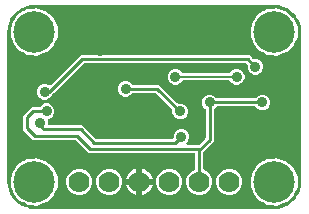
<source format=gbr>
G04 EAGLE Gerber RS-274X export*
G75*
%MOMM*%
%FSLAX34Y34*%
%LPD*%
%INBottom Copper*%
%IPPOS*%
%AMOC8*
5,1,8,0,0,1.08239X$1,22.5*%
G01*
%ADD10C,1.778000*%
%ADD11C,3.516000*%
%ADD12C,0.906400*%
%ADD13C,0.254000*%
%ADD14C,0.203200*%

G36*
X228622Y2543D02*
X228622Y2543D01*
X228700Y2545D01*
X232077Y2810D01*
X232145Y2824D01*
X232214Y2829D01*
X232370Y2869D01*
X238794Y4956D01*
X238901Y5006D01*
X239012Y5050D01*
X239063Y5083D01*
X239082Y5091D01*
X239097Y5104D01*
X239148Y5136D01*
X244612Y9107D01*
X244699Y9188D01*
X244746Y9227D01*
X244752Y9231D01*
X244753Y9233D01*
X244791Y9264D01*
X244829Y9310D01*
X244844Y9324D01*
X244855Y9341D01*
X244893Y9387D01*
X246586Y11717D01*
X246599Y11741D01*
X246616Y11761D01*
X246675Y11879D01*
X246739Y11996D01*
X246746Y12022D01*
X246758Y12046D01*
X246785Y12174D01*
X246799Y12185D01*
X246823Y12196D01*
X246925Y12281D01*
X247031Y12361D01*
X247048Y12382D01*
X247068Y12398D01*
X247171Y12522D01*
X248864Y14852D01*
X248921Y14956D01*
X248985Y15056D01*
X249007Y15113D01*
X249017Y15131D01*
X249022Y15151D01*
X249044Y15206D01*
X251131Y21630D01*
X251144Y21698D01*
X251167Y21764D01*
X251190Y21923D01*
X251455Y25300D01*
X251455Y25304D01*
X251456Y25307D01*
X251455Y25326D01*
X251459Y25400D01*
X251459Y152400D01*
X251457Y152422D01*
X251455Y152500D01*
X251190Y155877D01*
X251176Y155945D01*
X251171Y156014D01*
X251131Y156170D01*
X249044Y162594D01*
X248993Y162701D01*
X248950Y162812D01*
X248917Y162863D01*
X248909Y162882D01*
X248896Y162897D01*
X248864Y162948D01*
X247171Y165278D01*
X247153Y165297D01*
X247139Y165320D01*
X247044Y165413D01*
X246953Y165509D01*
X246931Y165524D01*
X246912Y165542D01*
X246798Y165608D01*
X246792Y165624D01*
X246789Y165651D01*
X246740Y165775D01*
X246697Y165900D01*
X246682Y165922D01*
X246672Y165947D01*
X246586Y166083D01*
X244893Y168413D01*
X244812Y168499D01*
X244736Y168591D01*
X244690Y168629D01*
X244676Y168644D01*
X244658Y168655D01*
X244612Y168693D01*
X239148Y172664D01*
X239044Y172721D01*
X238944Y172785D01*
X238887Y172807D01*
X238869Y172817D01*
X238849Y172822D01*
X238794Y172844D01*
X232370Y174931D01*
X232302Y174944D01*
X232236Y174967D01*
X232077Y174990D01*
X228700Y175255D01*
X228678Y175254D01*
X228600Y175259D01*
X25400Y175259D01*
X25378Y175257D01*
X25300Y175255D01*
X21923Y174990D01*
X21855Y174976D01*
X21786Y174971D01*
X21630Y174931D01*
X18892Y174041D01*
X18867Y174030D01*
X18841Y174024D01*
X18724Y173963D01*
X18604Y173906D01*
X18583Y173889D01*
X18560Y173877D01*
X18462Y173789D01*
X18445Y173788D01*
X18418Y173793D01*
X18286Y173785D01*
X18153Y173783D01*
X18128Y173775D01*
X18101Y173774D01*
X17945Y173734D01*
X15206Y172844D01*
X15099Y172794D01*
X14988Y172750D01*
X14937Y172717D01*
X14918Y172709D01*
X14903Y172696D01*
X14852Y172664D01*
X9388Y168693D01*
X9301Y168612D01*
X9209Y168536D01*
X9171Y168490D01*
X9156Y168476D01*
X9145Y168458D01*
X9107Y168412D01*
X5136Y162948D01*
X5079Y162844D01*
X5015Y162744D01*
X4993Y162687D01*
X4983Y162669D01*
X4978Y162649D01*
X4956Y162594D01*
X2869Y156170D01*
X2856Y156102D01*
X2833Y156036D01*
X2810Y155877D01*
X2545Y152500D01*
X2546Y152478D01*
X2541Y152400D01*
X2541Y25400D01*
X2543Y25378D01*
X2545Y25300D01*
X2810Y21923D01*
X2824Y21855D01*
X2829Y21786D01*
X2869Y21630D01*
X4956Y15206D01*
X5006Y15099D01*
X5050Y14988D01*
X5083Y14937D01*
X5091Y14918D01*
X5104Y14903D01*
X5136Y14852D01*
X9107Y9388D01*
X9127Y9366D01*
X9138Y9348D01*
X9184Y9305D01*
X9188Y9301D01*
X9264Y9209D01*
X9310Y9171D01*
X9324Y9156D01*
X9342Y9145D01*
X9388Y9107D01*
X14852Y5136D01*
X14956Y5079D01*
X15056Y5015D01*
X15113Y4993D01*
X15131Y4983D01*
X15151Y4978D01*
X15206Y4956D01*
X17945Y4066D01*
X17971Y4061D01*
X17996Y4051D01*
X18127Y4031D01*
X18257Y4006D01*
X18284Y4008D01*
X18310Y4004D01*
X18441Y4018D01*
X18455Y4008D01*
X18474Y3989D01*
X18585Y3917D01*
X18694Y3842D01*
X18719Y3832D01*
X18742Y3818D01*
X18892Y3759D01*
X21630Y2869D01*
X21698Y2856D01*
X21764Y2833D01*
X21923Y2810D01*
X25300Y2545D01*
X25322Y2546D01*
X25400Y2541D01*
X228600Y2541D01*
X228622Y2543D01*
G37*
%LPC*%
G36*
X162927Y14477D02*
X162927Y14477D01*
X158913Y16140D01*
X155840Y19213D01*
X154177Y23227D01*
X154177Y27573D01*
X155840Y31587D01*
X158913Y34660D01*
X161014Y35530D01*
X161039Y35545D01*
X161067Y35554D01*
X161177Y35623D01*
X161290Y35688D01*
X161311Y35708D01*
X161336Y35724D01*
X161425Y35819D01*
X161518Y35909D01*
X161534Y35934D01*
X161554Y35956D01*
X161617Y36069D01*
X161685Y36180D01*
X161693Y36208D01*
X161708Y36234D01*
X161740Y36360D01*
X161778Y36484D01*
X161780Y36513D01*
X161787Y36542D01*
X161797Y36703D01*
X161797Y48768D01*
X161782Y48886D01*
X161775Y49005D01*
X161762Y49043D01*
X161757Y49084D01*
X161714Y49194D01*
X161677Y49307D01*
X161655Y49342D01*
X161640Y49379D01*
X161571Y49475D01*
X161507Y49576D01*
X161477Y49604D01*
X161454Y49637D01*
X161362Y49713D01*
X161275Y49794D01*
X161240Y49814D01*
X161209Y49839D01*
X161101Y49890D01*
X160997Y49948D01*
X160957Y49958D01*
X160921Y49975D01*
X160804Y49997D01*
X160689Y50027D01*
X160629Y50031D01*
X160609Y50035D01*
X160588Y50033D01*
X160528Y50037D01*
X71373Y50037D01*
X60823Y60588D01*
X60744Y60648D01*
X60672Y60716D01*
X60619Y60745D01*
X60571Y60782D01*
X60480Y60822D01*
X60394Y60870D01*
X60335Y60885D01*
X60280Y60909D01*
X60182Y60924D01*
X60086Y60949D01*
X59986Y60955D01*
X59965Y60959D01*
X59953Y60957D01*
X59925Y60959D01*
X24540Y60959D01*
X15747Y69752D01*
X15747Y81378D01*
X22988Y88619D01*
X29279Y88619D01*
X29377Y88631D01*
X29476Y88634D01*
X29535Y88651D01*
X29595Y88659D01*
X29687Y88695D01*
X29782Y88723D01*
X29834Y88753D01*
X29890Y88776D01*
X29970Y88834D01*
X30056Y88884D01*
X30131Y88951D01*
X30148Y88963D01*
X30155Y88972D01*
X30177Y88991D01*
X32067Y90881D01*
X34480Y91881D01*
X37092Y91881D01*
X39505Y90881D01*
X41351Y89035D01*
X42351Y86622D01*
X42351Y84010D01*
X41351Y81597D01*
X39505Y79751D01*
X37335Y78852D01*
X37231Y78793D01*
X37125Y78741D01*
X37094Y78715D01*
X37059Y78694D01*
X36973Y78611D01*
X36883Y78534D01*
X36859Y78501D01*
X36830Y78473D01*
X36768Y78371D01*
X36699Y78274D01*
X36685Y78237D01*
X36664Y78202D01*
X36629Y78088D01*
X36587Y77977D01*
X36582Y77937D01*
X36570Y77898D01*
X36565Y77779D01*
X36551Y77661D01*
X36557Y77621D01*
X36555Y77580D01*
X36579Y77464D01*
X36596Y77346D01*
X36615Y77289D01*
X36620Y77269D01*
X36629Y77251D01*
X36648Y77194D01*
X37045Y76236D01*
X37045Y74422D01*
X37060Y74304D01*
X37067Y74185D01*
X37080Y74147D01*
X37085Y74106D01*
X37128Y73996D01*
X37165Y73883D01*
X37187Y73848D01*
X37202Y73811D01*
X37271Y73715D01*
X37335Y73614D01*
X37365Y73586D01*
X37388Y73553D01*
X37480Y73477D01*
X37567Y73396D01*
X37602Y73376D01*
X37633Y73351D01*
X37741Y73300D01*
X37845Y73242D01*
X37885Y73232D01*
X37921Y73215D01*
X38038Y73193D01*
X38153Y73163D01*
X38213Y73159D01*
X38233Y73155D01*
X38254Y73157D01*
X38314Y73153D01*
X66138Y73153D01*
X68444Y70847D01*
X68444Y70846D01*
X77196Y62094D01*
X77275Y62034D01*
X77347Y61966D01*
X77400Y61937D01*
X77448Y61900D01*
X77539Y61860D01*
X77625Y61812D01*
X77684Y61797D01*
X77739Y61773D01*
X77837Y61758D01*
X77933Y61733D01*
X78033Y61727D01*
X78053Y61723D01*
X78066Y61725D01*
X78094Y61723D01*
X142026Y61723D01*
X142144Y61738D01*
X142263Y61745D01*
X142301Y61758D01*
X142342Y61763D01*
X142452Y61806D01*
X142565Y61843D01*
X142600Y61865D01*
X142637Y61880D01*
X142733Y61949D01*
X142834Y62013D01*
X142862Y62043D01*
X142895Y62066D01*
X142971Y62158D01*
X143052Y62245D01*
X143072Y62280D01*
X143097Y62311D01*
X143148Y62419D01*
X143206Y62523D01*
X143216Y62563D01*
X143233Y62599D01*
X143255Y62716D01*
X143285Y62831D01*
X143289Y62891D01*
X143293Y62911D01*
X143291Y62932D01*
X143295Y62992D01*
X143295Y64806D01*
X144295Y67219D01*
X146141Y69065D01*
X148554Y70065D01*
X151166Y70065D01*
X153579Y69065D01*
X155425Y67219D01*
X156425Y64806D01*
X156425Y62194D01*
X155425Y59781D01*
X154453Y58809D01*
X154369Y58700D01*
X154280Y58593D01*
X154271Y58574D01*
X154258Y58558D01*
X154203Y58431D01*
X154144Y58305D01*
X154140Y58285D01*
X154132Y58266D01*
X154110Y58128D01*
X154084Y57992D01*
X154085Y57972D01*
X154082Y57952D01*
X154095Y57813D01*
X154104Y57675D01*
X154110Y57656D01*
X154112Y57636D01*
X154159Y57504D01*
X154202Y57373D01*
X154213Y57355D01*
X154220Y57336D01*
X154298Y57221D01*
X154372Y57104D01*
X154387Y57090D01*
X154398Y57073D01*
X154502Y56981D01*
X154604Y56886D01*
X154622Y56876D01*
X154637Y56863D01*
X154760Y56800D01*
X154882Y56732D01*
X154902Y56727D01*
X154920Y56718D01*
X155056Y56688D01*
X155190Y56653D01*
X155218Y56651D01*
X155230Y56648D01*
X155251Y56649D01*
X155351Y56643D01*
X164286Y56643D01*
X164384Y56655D01*
X164483Y56658D01*
X164542Y56675D01*
X164602Y56683D01*
X164694Y56719D01*
X164789Y56747D01*
X164841Y56777D01*
X164897Y56800D01*
X164977Y56858D01*
X165063Y56908D01*
X165138Y56974D01*
X165155Y56986D01*
X165163Y56996D01*
X165184Y57014D01*
X170126Y61956D01*
X170186Y62035D01*
X170254Y62107D01*
X170283Y62160D01*
X170320Y62208D01*
X170360Y62299D01*
X170408Y62385D01*
X170423Y62444D01*
X170447Y62499D01*
X170462Y62597D01*
X170487Y62693D01*
X170493Y62793D01*
X170497Y62814D01*
X170495Y62826D01*
X170497Y62854D01*
X170497Y86203D01*
X170485Y86301D01*
X170482Y86400D01*
X170465Y86458D01*
X170457Y86519D01*
X170421Y86611D01*
X170393Y86706D01*
X170363Y86758D01*
X170340Y86814D01*
X170282Y86894D01*
X170232Y86980D01*
X170166Y87055D01*
X170154Y87072D01*
X170144Y87079D01*
X170126Y87101D01*
X168235Y88991D01*
X167235Y91404D01*
X167235Y94016D01*
X168235Y96429D01*
X170081Y98275D01*
X172494Y99275D01*
X175106Y99275D01*
X177519Y98275D01*
X179409Y96384D01*
X179488Y96324D01*
X179560Y96256D01*
X179613Y96227D01*
X179661Y96190D01*
X179752Y96150D01*
X179838Y96102D01*
X179897Y96087D01*
X179953Y96063D01*
X180051Y96048D01*
X180146Y96023D01*
X180246Y96017D01*
X180267Y96013D01*
X180279Y96015D01*
X180307Y96013D01*
X211933Y96013D01*
X212031Y96025D01*
X212130Y96028D01*
X212188Y96045D01*
X212249Y96053D01*
X212341Y96089D01*
X212436Y96117D01*
X212488Y96147D01*
X212544Y96170D01*
X212624Y96228D01*
X212710Y96278D01*
X212785Y96344D01*
X212802Y96356D01*
X212809Y96366D01*
X212831Y96384D01*
X214721Y98275D01*
X217134Y99275D01*
X219746Y99275D01*
X222159Y98275D01*
X224005Y96429D01*
X225005Y94016D01*
X225005Y91404D01*
X224005Y88991D01*
X222159Y87145D01*
X219746Y86145D01*
X217134Y86145D01*
X214721Y87145D01*
X212831Y89036D01*
X212752Y89096D01*
X212680Y89164D01*
X212627Y89193D01*
X212579Y89230D01*
X212488Y89270D01*
X212402Y89318D01*
X212343Y89333D01*
X212287Y89357D01*
X212189Y89372D01*
X212094Y89397D01*
X211994Y89403D01*
X211973Y89407D01*
X211961Y89405D01*
X211933Y89407D01*
X180307Y89407D01*
X180209Y89395D01*
X180110Y89392D01*
X180052Y89375D01*
X179991Y89367D01*
X179899Y89331D01*
X179804Y89303D01*
X179752Y89273D01*
X179696Y89250D01*
X179616Y89192D01*
X179530Y89142D01*
X179455Y89076D01*
X179438Y89064D01*
X179431Y89054D01*
X179409Y89036D01*
X177474Y87101D01*
X177414Y87022D01*
X177346Y86950D01*
X177317Y86897D01*
X177280Y86849D01*
X177240Y86758D01*
X177192Y86672D01*
X177177Y86613D01*
X177153Y86557D01*
X177138Y86459D01*
X177113Y86364D01*
X177107Y86264D01*
X177103Y86243D01*
X177105Y86231D01*
X177103Y86203D01*
X177103Y59592D01*
X168774Y51264D01*
X168714Y51185D01*
X168646Y51113D01*
X168617Y51060D01*
X168580Y51012D01*
X168540Y50921D01*
X168492Y50835D01*
X168477Y50776D01*
X168453Y50721D01*
X168438Y50623D01*
X168413Y50527D01*
X168407Y50427D01*
X168403Y50406D01*
X168405Y50394D01*
X168403Y50366D01*
X168403Y36703D01*
X168406Y36673D01*
X168404Y36644D01*
X168426Y36516D01*
X168443Y36387D01*
X168453Y36360D01*
X168458Y36331D01*
X168512Y36212D01*
X168560Y36091D01*
X168577Y36068D01*
X168589Y36041D01*
X168670Y35939D01*
X168746Y35834D01*
X168769Y35815D01*
X168788Y35792D01*
X168891Y35714D01*
X168991Y35631D01*
X169018Y35619D01*
X169042Y35601D01*
X169186Y35530D01*
X171287Y34660D01*
X174360Y31587D01*
X176023Y27573D01*
X176023Y23227D01*
X174360Y19213D01*
X171287Y16140D01*
X167273Y14477D01*
X162927Y14477D01*
G37*
%LPD*%
%LPC*%
G36*
X32984Y95035D02*
X32984Y95035D01*
X30571Y96035D01*
X28725Y97881D01*
X27725Y100294D01*
X27725Y102906D01*
X28725Y105319D01*
X30571Y107165D01*
X32984Y108165D01*
X35596Y108165D01*
X37922Y107201D01*
X37951Y107193D01*
X37977Y107180D01*
X38104Y107151D01*
X38229Y107117D01*
X38258Y107117D01*
X38287Y107110D01*
X38417Y107114D01*
X38547Y107112D01*
X38576Y107119D01*
X38605Y107120D01*
X38730Y107156D01*
X38856Y107186D01*
X38882Y107200D01*
X38911Y107208D01*
X39023Y107274D01*
X39137Y107335D01*
X39159Y107355D01*
X39185Y107370D01*
X39305Y107476D01*
X62366Y130536D01*
X64672Y132843D01*
X207498Y132843D01*
X209447Y130894D01*
X209448Y130847D01*
X209465Y130788D01*
X209473Y130728D01*
X209509Y130636D01*
X209537Y130541D01*
X209567Y130489D01*
X209590Y130433D01*
X209648Y130353D01*
X209698Y130267D01*
X209764Y130192D01*
X209776Y130175D01*
X209786Y130167D01*
X209804Y130146D01*
X210214Y129736D01*
X210293Y129676D01*
X210365Y129608D01*
X210418Y129579D01*
X210466Y129542D01*
X210557Y129502D01*
X210643Y129454D01*
X210702Y129439D01*
X210757Y129415D01*
X210855Y129400D01*
X210951Y129375D01*
X211051Y129369D01*
X211072Y129365D01*
X211084Y129367D01*
X211112Y129365D01*
X213786Y129365D01*
X216199Y128365D01*
X218045Y126519D01*
X219045Y124106D01*
X219045Y121494D01*
X218045Y119081D01*
X216199Y117235D01*
X213786Y116235D01*
X211174Y116235D01*
X208761Y117235D01*
X206915Y119081D01*
X205915Y121494D01*
X205915Y124168D01*
X205903Y124266D01*
X205900Y124365D01*
X205883Y124424D01*
X205875Y124484D01*
X205839Y124576D01*
X205811Y124671D01*
X205781Y124723D01*
X205758Y124779D01*
X205700Y124859D01*
X205650Y124945D01*
X205584Y125020D01*
X205572Y125037D01*
X205562Y125045D01*
X205544Y125066D01*
X204744Y125866D01*
X204665Y125926D01*
X204593Y125994D01*
X204540Y126023D01*
X204492Y126060D01*
X204401Y126100D01*
X204315Y126148D01*
X204256Y126163D01*
X204201Y126187D01*
X204103Y126202D01*
X204007Y126227D01*
X203907Y126233D01*
X203886Y126237D01*
X203874Y126235D01*
X203846Y126237D01*
X67934Y126237D01*
X67836Y126225D01*
X67737Y126222D01*
X67678Y126205D01*
X67618Y126197D01*
X67526Y126161D01*
X67431Y126133D01*
X67379Y126103D01*
X67323Y126080D01*
X67243Y126022D01*
X67157Y125972D01*
X67082Y125906D01*
X67065Y125894D01*
X67057Y125884D01*
X67036Y125866D01*
X41774Y100604D01*
X40602Y99431D01*
X40596Y99424D01*
X40589Y99418D01*
X40498Y99297D01*
X40407Y99180D01*
X40403Y99171D01*
X40398Y99164D01*
X40327Y99019D01*
X39855Y97881D01*
X38009Y96035D01*
X35596Y95035D01*
X32984Y95035D01*
G37*
%LPD*%
%LPC*%
G36*
X226876Y5780D02*
X226876Y5780D01*
X226858Y5780D01*
X226743Y5787D01*
X224699Y5787D01*
X224151Y6014D01*
X224052Y6041D01*
X223957Y6077D01*
X223865Y6092D01*
X223844Y6098D01*
X223831Y6098D01*
X223798Y6104D01*
X222379Y6253D01*
X219415Y7964D01*
X219413Y7965D01*
X219410Y7967D01*
X219266Y8038D01*
X217490Y8773D01*
X216893Y9370D01*
X216826Y9422D01*
X216765Y9483D01*
X216651Y9558D01*
X216642Y9565D01*
X216638Y9567D01*
X216631Y9572D01*
X215129Y10439D01*
X213339Y12903D01*
X213326Y12917D01*
X213316Y12933D01*
X213209Y13054D01*
X211973Y14290D01*
X211557Y15296D01*
X211522Y15356D01*
X211497Y15420D01*
X211411Y15556D01*
X210208Y17211D01*
X209647Y19849D01*
X209636Y19883D01*
X209631Y19919D01*
X209579Y20071D01*
X208987Y21499D01*
X208987Y22822D01*
X208981Y22874D01*
X208983Y22926D01*
X208960Y23086D01*
X208468Y25400D01*
X208960Y27714D01*
X208964Y27767D01*
X208977Y27817D01*
X208987Y27978D01*
X208987Y29301D01*
X209579Y30729D01*
X209588Y30763D01*
X209604Y30795D01*
X209647Y30951D01*
X210208Y33589D01*
X211411Y35244D01*
X211444Y35305D01*
X211486Y35360D01*
X211557Y35504D01*
X211973Y36510D01*
X213209Y37746D01*
X213221Y37761D01*
X213236Y37773D01*
X213339Y37897D01*
X215129Y40361D01*
X216631Y41228D01*
X216699Y41280D01*
X216773Y41324D01*
X216875Y41414D01*
X216884Y41421D01*
X216887Y41424D01*
X216893Y41430D01*
X217490Y42027D01*
X219266Y42762D01*
X219268Y42764D01*
X219271Y42764D01*
X219415Y42836D01*
X222379Y44547D01*
X223798Y44696D01*
X223898Y44720D01*
X223999Y44734D01*
X224087Y44764D01*
X224108Y44769D01*
X224120Y44775D01*
X224151Y44786D01*
X224699Y45013D01*
X226743Y45013D01*
X226760Y45015D01*
X226876Y45020D01*
X230704Y45422D01*
X231773Y45075D01*
X231890Y45053D01*
X232005Y45023D01*
X232065Y45019D01*
X232085Y45015D01*
X232106Y45017D01*
X232165Y45013D01*
X232501Y45013D01*
X234409Y44223D01*
X234430Y44217D01*
X234503Y44188D01*
X238666Y42835D01*
X239278Y42285D01*
X239389Y42207D01*
X239497Y42126D01*
X239527Y42111D01*
X239539Y42103D01*
X239559Y42096D01*
X239641Y42055D01*
X239710Y42027D01*
X241005Y40732D01*
X241019Y40721D01*
X241053Y40686D01*
X244887Y37234D01*
X245100Y36756D01*
X245179Y36626D01*
X245450Y35971D01*
X245455Y35963D01*
X245463Y35941D01*
X248292Y29586D01*
X248292Y21214D01*
X245463Y14859D01*
X245460Y14849D01*
X245450Y14829D01*
X245194Y14211D01*
X245175Y14187D01*
X245170Y14178D01*
X245168Y14175D01*
X245163Y14165D01*
X245100Y14044D01*
X244985Y13785D01*
X244977Y13759D01*
X244964Y13736D01*
X244931Y13607D01*
X244914Y13552D01*
X244880Y13536D01*
X244860Y13519D01*
X244836Y13507D01*
X244710Y13407D01*
X241053Y10114D01*
X241041Y10100D01*
X241005Y10068D01*
X239710Y8773D01*
X239641Y8745D01*
X239524Y8678D01*
X239404Y8615D01*
X239377Y8594D01*
X239365Y8587D01*
X239350Y8572D01*
X239278Y8515D01*
X238666Y7965D01*
X234502Y6612D01*
X234483Y6603D01*
X234409Y6577D01*
X232501Y5787D01*
X232165Y5787D01*
X232047Y5772D01*
X231929Y5765D01*
X231870Y5750D01*
X231850Y5747D01*
X231831Y5740D01*
X231773Y5725D01*
X230704Y5378D01*
X226876Y5780D01*
G37*
%LPD*%
%LPC*%
G36*
X226876Y132780D02*
X226876Y132780D01*
X226858Y132780D01*
X226743Y132787D01*
X224699Y132787D01*
X224151Y133014D01*
X224052Y133041D01*
X223957Y133077D01*
X223865Y133092D01*
X223844Y133098D01*
X223831Y133098D01*
X223798Y133104D01*
X222379Y133253D01*
X219415Y134964D01*
X219413Y134965D01*
X219410Y134967D01*
X219266Y135038D01*
X217490Y135773D01*
X216893Y136370D01*
X216826Y136422D01*
X216765Y136483D01*
X216651Y136558D01*
X216642Y136565D01*
X216638Y136567D01*
X216631Y136572D01*
X215129Y137439D01*
X213339Y139903D01*
X213326Y139917D01*
X213316Y139933D01*
X213209Y140054D01*
X211973Y141290D01*
X211557Y142296D01*
X211522Y142356D01*
X211497Y142420D01*
X211411Y142556D01*
X210208Y144211D01*
X209647Y146849D01*
X209636Y146883D01*
X209631Y146919D01*
X209579Y147071D01*
X208987Y148499D01*
X208987Y149822D01*
X208981Y149874D01*
X208983Y149926D01*
X208960Y150086D01*
X208468Y152400D01*
X208960Y154714D01*
X208964Y154767D01*
X208977Y154817D01*
X208987Y154978D01*
X208987Y156301D01*
X209579Y157729D01*
X209588Y157763D01*
X209604Y157795D01*
X209647Y157951D01*
X210208Y160589D01*
X211411Y162244D01*
X211444Y162305D01*
X211486Y162360D01*
X211557Y162504D01*
X211973Y163510D01*
X213209Y164746D01*
X213221Y164761D01*
X213236Y164773D01*
X213339Y164897D01*
X215129Y167361D01*
X216631Y168228D01*
X216699Y168280D01*
X216773Y168324D01*
X216875Y168414D01*
X216884Y168421D01*
X216887Y168424D01*
X216893Y168430D01*
X217490Y169027D01*
X219266Y169762D01*
X219268Y169764D01*
X219271Y169764D01*
X219415Y169836D01*
X222379Y171547D01*
X223798Y171696D01*
X223898Y171720D01*
X223999Y171734D01*
X224087Y171764D01*
X224108Y171769D01*
X224120Y171775D01*
X224151Y171786D01*
X224699Y172013D01*
X226743Y172013D01*
X226760Y172015D01*
X226876Y172020D01*
X230704Y172422D01*
X231773Y172075D01*
X231890Y172053D01*
X232005Y172023D01*
X232065Y172019D01*
X232085Y172015D01*
X232106Y172017D01*
X232165Y172013D01*
X232501Y172013D01*
X234409Y171223D01*
X234430Y171217D01*
X234503Y171188D01*
X238666Y169835D01*
X239278Y169285D01*
X239389Y169207D01*
X239497Y169126D01*
X239527Y169111D01*
X239539Y169103D01*
X239559Y169096D01*
X239641Y169055D01*
X239710Y169027D01*
X241005Y167732D01*
X241019Y167721D01*
X241053Y167686D01*
X244710Y164393D01*
X244732Y164378D01*
X244750Y164359D01*
X244862Y164287D01*
X244910Y164254D01*
X244914Y164217D01*
X244924Y164192D01*
X244929Y164166D01*
X244985Y164015D01*
X245100Y163756D01*
X245179Y163626D01*
X245450Y162971D01*
X245455Y162963D01*
X245463Y162941D01*
X248292Y156586D01*
X248292Y148214D01*
X245463Y141859D01*
X245460Y141849D01*
X245450Y141829D01*
X245194Y141211D01*
X245175Y141187D01*
X245170Y141179D01*
X245168Y141175D01*
X245163Y141164D01*
X245100Y141044D01*
X244887Y140566D01*
X241053Y137114D01*
X241041Y137100D01*
X241005Y137068D01*
X239710Y135773D01*
X239641Y135745D01*
X239524Y135678D01*
X239404Y135615D01*
X239377Y135594D01*
X239365Y135587D01*
X239350Y135572D01*
X239278Y135515D01*
X238666Y134965D01*
X234502Y133612D01*
X234483Y133603D01*
X234409Y133577D01*
X232501Y132787D01*
X232165Y132787D01*
X232047Y132772D01*
X231929Y132765D01*
X231870Y132750D01*
X231850Y132747D01*
X231831Y132740D01*
X231773Y132725D01*
X230704Y132378D01*
X226876Y132780D01*
G37*
%LPD*%
%LPC*%
G36*
X23676Y5780D02*
X23676Y5780D01*
X23658Y5780D01*
X23543Y5787D01*
X21499Y5787D01*
X20951Y6014D01*
X20852Y6041D01*
X20757Y6077D01*
X20665Y6092D01*
X20644Y6098D01*
X20631Y6098D01*
X20598Y6104D01*
X19416Y6228D01*
X19390Y6227D01*
X19364Y6232D01*
X19231Y6224D01*
X19173Y6223D01*
X19147Y6250D01*
X19125Y6265D01*
X19106Y6283D01*
X18972Y6372D01*
X16215Y7964D01*
X16213Y7965D01*
X16210Y7967D01*
X16066Y8038D01*
X14290Y8773D01*
X13693Y9370D01*
X13626Y9422D01*
X13565Y9483D01*
X13451Y9558D01*
X13442Y9565D01*
X13438Y9567D01*
X13431Y9572D01*
X11929Y10439D01*
X10139Y12903D01*
X10126Y12917D01*
X10116Y12933D01*
X10009Y13054D01*
X8773Y14290D01*
X8357Y15296D01*
X8322Y15356D01*
X8297Y15420D01*
X8211Y15556D01*
X7008Y17211D01*
X6447Y19849D01*
X6436Y19883D01*
X6431Y19919D01*
X6379Y20071D01*
X5787Y21499D01*
X5787Y22822D01*
X5781Y22874D01*
X5783Y22926D01*
X5760Y23086D01*
X5268Y25400D01*
X5760Y27714D01*
X5764Y27767D01*
X5777Y27817D01*
X5787Y27978D01*
X5787Y29301D01*
X6379Y30729D01*
X6388Y30763D01*
X6404Y30795D01*
X6447Y30951D01*
X7008Y33589D01*
X8211Y35244D01*
X8244Y35305D01*
X8286Y35360D01*
X8357Y35504D01*
X8773Y36510D01*
X10009Y37746D01*
X10021Y37761D01*
X10036Y37773D01*
X10139Y37897D01*
X11929Y40361D01*
X13431Y41228D01*
X13499Y41280D01*
X13573Y41324D01*
X13675Y41414D01*
X13684Y41421D01*
X13687Y41424D01*
X13693Y41430D01*
X14290Y42027D01*
X16066Y42762D01*
X16068Y42764D01*
X16071Y42764D01*
X16215Y42836D01*
X19179Y44547D01*
X20598Y44696D01*
X20698Y44720D01*
X20799Y44734D01*
X20887Y44764D01*
X20908Y44769D01*
X20920Y44775D01*
X20951Y44786D01*
X21499Y45013D01*
X23543Y45013D01*
X23560Y45015D01*
X23676Y45020D01*
X27504Y45422D01*
X28573Y45075D01*
X28690Y45053D01*
X28805Y45023D01*
X28865Y45019D01*
X28885Y45015D01*
X28906Y45017D01*
X28965Y45013D01*
X29301Y45013D01*
X31209Y44223D01*
X31230Y44217D01*
X31303Y44188D01*
X35466Y42835D01*
X36078Y42285D01*
X36189Y42207D01*
X36297Y42126D01*
X36327Y42111D01*
X36339Y42103D01*
X36359Y42096D01*
X36441Y42055D01*
X36510Y42027D01*
X37805Y40732D01*
X37819Y40721D01*
X37853Y40686D01*
X41687Y37234D01*
X41900Y36756D01*
X41979Y36626D01*
X42250Y35971D01*
X42255Y35963D01*
X42263Y35941D01*
X45092Y29586D01*
X45092Y21214D01*
X42263Y14859D01*
X42260Y14849D01*
X42250Y14829D01*
X41994Y14211D01*
X41975Y14187D01*
X41970Y14179D01*
X41968Y14175D01*
X41963Y14164D01*
X41900Y14044D01*
X41687Y13566D01*
X37853Y10114D01*
X37841Y10100D01*
X37805Y10068D01*
X36510Y8773D01*
X36441Y8745D01*
X36324Y8678D01*
X36204Y8615D01*
X36177Y8594D01*
X36165Y8587D01*
X36150Y8572D01*
X36078Y8515D01*
X35466Y7965D01*
X31302Y6612D01*
X31283Y6603D01*
X31209Y6577D01*
X29301Y5787D01*
X28965Y5787D01*
X28847Y5772D01*
X28729Y5765D01*
X28670Y5750D01*
X28650Y5747D01*
X28631Y5740D01*
X28573Y5725D01*
X27504Y5378D01*
X23676Y5780D01*
G37*
%LPD*%
%LPC*%
G36*
X23676Y132780D02*
X23676Y132780D01*
X23658Y132780D01*
X23543Y132787D01*
X21499Y132787D01*
X20951Y133014D01*
X20852Y133041D01*
X20757Y133077D01*
X20665Y133092D01*
X20644Y133098D01*
X20631Y133098D01*
X20598Y133104D01*
X19179Y133253D01*
X16215Y134964D01*
X16213Y134965D01*
X16210Y134967D01*
X16066Y135038D01*
X14290Y135773D01*
X13693Y136370D01*
X13626Y136422D01*
X13565Y136483D01*
X13451Y136558D01*
X13442Y136565D01*
X13438Y136567D01*
X13431Y136572D01*
X11929Y137439D01*
X10139Y139903D01*
X10126Y139917D01*
X10116Y139933D01*
X10009Y140054D01*
X8773Y141290D01*
X8357Y142296D01*
X8322Y142356D01*
X8297Y142420D01*
X8211Y142556D01*
X7008Y144211D01*
X6447Y146849D01*
X6436Y146883D01*
X6431Y146919D01*
X6379Y147071D01*
X5787Y148499D01*
X5787Y149822D01*
X5781Y149874D01*
X5783Y149926D01*
X5760Y150086D01*
X5268Y152400D01*
X5760Y154714D01*
X5764Y154767D01*
X5777Y154817D01*
X5787Y154978D01*
X5787Y156301D01*
X6379Y157729D01*
X6388Y157763D01*
X6404Y157795D01*
X6447Y157951D01*
X7008Y160589D01*
X8211Y162244D01*
X8244Y162305D01*
X8286Y162360D01*
X8357Y162504D01*
X8773Y163510D01*
X10009Y164746D01*
X10021Y164761D01*
X10036Y164773D01*
X10139Y164897D01*
X11929Y167361D01*
X13431Y168228D01*
X13499Y168280D01*
X13573Y168324D01*
X13675Y168414D01*
X13684Y168421D01*
X13687Y168424D01*
X13693Y168430D01*
X14290Y169027D01*
X16066Y169762D01*
X16068Y169764D01*
X16071Y169764D01*
X16215Y169836D01*
X18972Y171428D01*
X18993Y171444D01*
X19017Y171455D01*
X19119Y171540D01*
X19166Y171575D01*
X19203Y171568D01*
X19229Y171569D01*
X19256Y171565D01*
X19416Y171572D01*
X20598Y171696D01*
X20698Y171720D01*
X20799Y171734D01*
X20887Y171764D01*
X20908Y171769D01*
X20920Y171775D01*
X20951Y171786D01*
X21499Y172013D01*
X23543Y172013D01*
X23560Y172015D01*
X23676Y172020D01*
X27504Y172422D01*
X28573Y172075D01*
X28690Y172053D01*
X28805Y172023D01*
X28865Y172019D01*
X28885Y172015D01*
X28906Y172017D01*
X28965Y172013D01*
X29301Y172013D01*
X31209Y171222D01*
X31230Y171217D01*
X31303Y171188D01*
X35466Y169835D01*
X36078Y169285D01*
X36189Y169207D01*
X36297Y169126D01*
X36327Y169111D01*
X36339Y169103D01*
X36359Y169096D01*
X36441Y169055D01*
X36510Y169027D01*
X37805Y167732D01*
X37819Y167721D01*
X37853Y167686D01*
X41687Y164234D01*
X41900Y163756D01*
X41979Y163626D01*
X42250Y162971D01*
X42255Y162962D01*
X42263Y162941D01*
X45092Y156586D01*
X45092Y148214D01*
X42263Y141859D01*
X42260Y141849D01*
X42250Y141829D01*
X41994Y141211D01*
X41975Y141187D01*
X41970Y141179D01*
X41968Y141175D01*
X41963Y141164D01*
X41900Y141044D01*
X41687Y140566D01*
X37853Y137114D01*
X37841Y137100D01*
X37805Y137068D01*
X36510Y135773D01*
X36441Y135745D01*
X36324Y135678D01*
X36204Y135615D01*
X36177Y135594D01*
X36165Y135587D01*
X36150Y135572D01*
X36078Y135515D01*
X35466Y134965D01*
X31302Y133612D01*
X31283Y133603D01*
X31209Y133577D01*
X29301Y132787D01*
X28965Y132787D01*
X28847Y132772D01*
X28729Y132765D01*
X28670Y132750D01*
X28650Y132747D01*
X28631Y132740D01*
X28573Y132725D01*
X27504Y132378D01*
X23676Y132780D01*
G37*
%LPD*%
%LPC*%
G36*
X147498Y78525D02*
X147498Y78525D01*
X145085Y79525D01*
X143239Y81371D01*
X142239Y83784D01*
X142239Y86244D01*
X142227Y86342D01*
X142224Y86441D01*
X142207Y86500D01*
X142199Y86560D01*
X142163Y86652D01*
X142135Y86747D01*
X142105Y86799D01*
X142082Y86855D01*
X142024Y86935D01*
X141974Y87021D01*
X141908Y87096D01*
X141896Y87113D01*
X141886Y87121D01*
X141868Y87142D01*
X128544Y100466D01*
X128465Y100526D01*
X128393Y100594D01*
X128340Y100623D01*
X128292Y100660D01*
X128201Y100700D01*
X128115Y100748D01*
X128056Y100763D01*
X128001Y100787D01*
X127903Y100802D01*
X127807Y100827D01*
X127707Y100833D01*
X127686Y100837D01*
X127674Y100835D01*
X127646Y100837D01*
X109377Y100837D01*
X109279Y100825D01*
X109180Y100822D01*
X109122Y100805D01*
X109061Y100797D01*
X108969Y100761D01*
X108874Y100733D01*
X108822Y100703D01*
X108766Y100680D01*
X108686Y100622D01*
X108600Y100572D01*
X108525Y100506D01*
X108508Y100494D01*
X108501Y100484D01*
X108479Y100466D01*
X106589Y98575D01*
X104176Y97575D01*
X101564Y97575D01*
X99151Y98575D01*
X97305Y100421D01*
X96305Y102834D01*
X96305Y105446D01*
X97305Y107859D01*
X99151Y109705D01*
X101564Y110705D01*
X104176Y110705D01*
X106589Y109705D01*
X108479Y107814D01*
X108558Y107754D01*
X108630Y107686D01*
X108683Y107657D01*
X108731Y107620D01*
X108822Y107580D01*
X108908Y107532D01*
X108967Y107517D01*
X109023Y107493D01*
X109121Y107478D01*
X109216Y107453D01*
X109316Y107447D01*
X109337Y107443D01*
X109349Y107445D01*
X109377Y107443D01*
X130908Y107443D01*
X146331Y92019D01*
X146355Y92001D01*
X146375Y91978D01*
X146480Y91904D01*
X146583Y91825D01*
X146611Y91812D01*
X146635Y91795D01*
X146756Y91750D01*
X146874Y91698D01*
X146905Y91693D01*
X146933Y91683D01*
X147061Y91669D01*
X147189Y91648D01*
X147219Y91651D01*
X147249Y91648D01*
X147297Y91655D01*
X150110Y91655D01*
X152523Y90655D01*
X154369Y88809D01*
X155369Y86396D01*
X155369Y83784D01*
X154369Y81371D01*
X152523Y79525D01*
X150110Y78525D01*
X147498Y78525D01*
G37*
%LPD*%
%LPC*%
G36*
X143474Y107735D02*
X143474Y107735D01*
X141061Y108735D01*
X139215Y110581D01*
X138215Y112994D01*
X138215Y115606D01*
X139215Y118019D01*
X141061Y119865D01*
X143474Y120865D01*
X146086Y120865D01*
X148499Y119865D01*
X150385Y117979D01*
X150391Y117969D01*
X150456Y117856D01*
X150476Y117835D01*
X150492Y117810D01*
X150587Y117721D01*
X150677Y117628D01*
X150702Y117612D01*
X150724Y117592D01*
X150837Y117529D01*
X150948Y117461D01*
X150976Y117453D01*
X151002Y117438D01*
X151128Y117406D01*
X151252Y117368D01*
X151281Y117366D01*
X151310Y117359D01*
X151471Y117349D01*
X190159Y117349D01*
X190189Y117352D01*
X190218Y117350D01*
X190346Y117372D01*
X190475Y117389D01*
X190502Y117399D01*
X190531Y117405D01*
X190650Y117458D01*
X190770Y117506D01*
X190794Y117523D01*
X190821Y117535D01*
X190923Y117616D01*
X191028Y117692D01*
X191047Y117715D01*
X191070Y117734D01*
X191148Y117837D01*
X191231Y117937D01*
X191243Y117964D01*
X191261Y117988D01*
X191268Y118002D01*
X193131Y119865D01*
X195544Y120865D01*
X198156Y120865D01*
X200569Y119865D01*
X202415Y118019D01*
X203415Y115606D01*
X203415Y112994D01*
X202415Y110581D01*
X200569Y108735D01*
X198156Y107735D01*
X195544Y107735D01*
X193131Y108735D01*
X191245Y110621D01*
X191239Y110631D01*
X191174Y110744D01*
X191154Y110765D01*
X191138Y110790D01*
X191043Y110879D01*
X190953Y110972D01*
X190928Y110988D01*
X190906Y111008D01*
X190793Y111071D01*
X190682Y111139D01*
X190654Y111147D01*
X190628Y111162D01*
X190502Y111194D01*
X190378Y111232D01*
X190349Y111234D01*
X190320Y111241D01*
X190159Y111251D01*
X151471Y111251D01*
X151441Y111248D01*
X151412Y111250D01*
X151284Y111228D01*
X151155Y111211D01*
X151128Y111201D01*
X151099Y111195D01*
X150980Y111142D01*
X150860Y111094D01*
X150836Y111077D01*
X150809Y111065D01*
X150707Y110984D01*
X150602Y110908D01*
X150583Y110885D01*
X150560Y110866D01*
X150482Y110763D01*
X150399Y110663D01*
X150387Y110636D01*
X150369Y110612D01*
X150362Y110598D01*
X148499Y108735D01*
X146086Y107735D01*
X143474Y107735D01*
G37*
%LPD*%
%LPC*%
G36*
X188327Y14477D02*
X188327Y14477D01*
X184313Y16140D01*
X181240Y19213D01*
X179577Y23227D01*
X179577Y27573D01*
X181240Y31587D01*
X184313Y34660D01*
X188327Y36323D01*
X192673Y36323D01*
X196687Y34660D01*
X199760Y31587D01*
X201423Y27573D01*
X201423Y23227D01*
X199760Y19213D01*
X196687Y16140D01*
X192673Y14477D01*
X188327Y14477D01*
G37*
%LPD*%
%LPC*%
G36*
X137527Y14477D02*
X137527Y14477D01*
X133513Y16140D01*
X130440Y19213D01*
X128777Y23227D01*
X128777Y27573D01*
X130440Y31587D01*
X133513Y34660D01*
X137527Y36323D01*
X141873Y36323D01*
X145887Y34660D01*
X148960Y31587D01*
X150623Y27573D01*
X150623Y23227D01*
X148960Y19213D01*
X145887Y16140D01*
X141873Y14477D01*
X137527Y14477D01*
G37*
%LPD*%
%LPC*%
G36*
X86727Y14477D02*
X86727Y14477D01*
X82713Y16140D01*
X79640Y19213D01*
X77977Y23227D01*
X77977Y27573D01*
X79640Y31587D01*
X82713Y34660D01*
X86727Y36323D01*
X91073Y36323D01*
X95087Y34660D01*
X98160Y31587D01*
X99823Y27573D01*
X99823Y23227D01*
X98160Y19213D01*
X95087Y16140D01*
X91073Y14477D01*
X86727Y14477D01*
G37*
%LPD*%
%LPC*%
G36*
X61327Y14477D02*
X61327Y14477D01*
X57313Y16140D01*
X54240Y19213D01*
X52577Y23227D01*
X52577Y27573D01*
X54240Y31587D01*
X57313Y34660D01*
X61327Y36323D01*
X65673Y36323D01*
X69687Y34660D01*
X72760Y31587D01*
X74423Y27573D01*
X74423Y23227D01*
X72760Y19213D01*
X69687Y16140D01*
X65673Y14477D01*
X61327Y14477D01*
G37*
%LPD*%
%LPC*%
G36*
X116799Y27899D02*
X116799Y27899D01*
X116799Y36577D01*
X116977Y36549D01*
X118688Y35993D01*
X120291Y35177D01*
X121747Y34119D01*
X123019Y32847D01*
X124077Y31391D01*
X124893Y29788D01*
X125449Y28077D01*
X125477Y27899D01*
X116799Y27899D01*
G37*
%LPD*%
%LPC*%
G36*
X103123Y27899D02*
X103123Y27899D01*
X103151Y28077D01*
X103707Y29788D01*
X104523Y31391D01*
X105581Y32847D01*
X106853Y34119D01*
X108309Y35177D01*
X109912Y35993D01*
X111623Y36549D01*
X111801Y36577D01*
X111801Y27899D01*
X103123Y27899D01*
G37*
%LPD*%
%LPC*%
G36*
X116799Y22901D02*
X116799Y22901D01*
X125477Y22901D01*
X125449Y22723D01*
X124893Y21012D01*
X124077Y19409D01*
X123019Y17953D01*
X121747Y16681D01*
X120291Y15623D01*
X118688Y14807D01*
X116977Y14251D01*
X116799Y14223D01*
X116799Y22901D01*
G37*
%LPD*%
%LPC*%
G36*
X111623Y14251D02*
X111623Y14251D01*
X109912Y14807D01*
X108309Y15623D01*
X106853Y16681D01*
X105581Y17953D01*
X104523Y19409D01*
X103707Y21012D01*
X103151Y22723D01*
X103123Y22901D01*
X111801Y22901D01*
X111801Y14223D01*
X111623Y14251D01*
G37*
%LPD*%
D10*
X63500Y25400D03*
X88900Y25400D03*
X114300Y25400D03*
X139700Y25400D03*
X165100Y25400D03*
X190500Y25400D03*
D11*
X25400Y152400D03*
X228600Y152400D03*
X25400Y25400D03*
X228600Y25400D03*
D12*
X35560Y114300D03*
X220980Y72390D03*
X81280Y135890D03*
X107950Y92710D03*
X105410Y72390D03*
X35786Y85316D03*
D13*
X24356Y85316D01*
D12*
X218440Y92710D03*
D13*
X24356Y85316D02*
X19050Y80010D01*
X19050Y71120D01*
X25908Y64262D01*
X61819Y64262D01*
D12*
X173800Y92710D03*
D13*
X218440Y92710D01*
X173800Y92710D02*
X173800Y60960D01*
X165100Y52260D01*
X165100Y53340D01*
X165100Y52260D02*
X165100Y25400D01*
X165100Y53340D02*
X72741Y53340D01*
X61819Y64262D01*
D12*
X30480Y74930D03*
X149860Y63500D03*
D13*
X144780Y58420D01*
X76200Y58420D01*
X64770Y69850D01*
X33252Y69850D01*
X30480Y72622D01*
X30480Y74930D01*
D12*
X196850Y114300D03*
X144780Y114300D03*
D14*
X196850Y114300D01*
D12*
X148804Y85090D03*
D13*
X148590Y85090D01*
X129540Y104140D02*
X102870Y104140D01*
D12*
X102870Y104140D03*
D13*
X129540Y104140D02*
X148590Y85090D01*
D12*
X212480Y122800D03*
D13*
X206130Y129150D02*
X206130Y129540D01*
X206130Y129150D02*
X212480Y122800D01*
X66040Y129540D02*
X38100Y101600D01*
X34290Y101600D01*
D12*
X34290Y101600D03*
D13*
X66040Y129540D02*
X206130Y129540D01*
M02*

</source>
